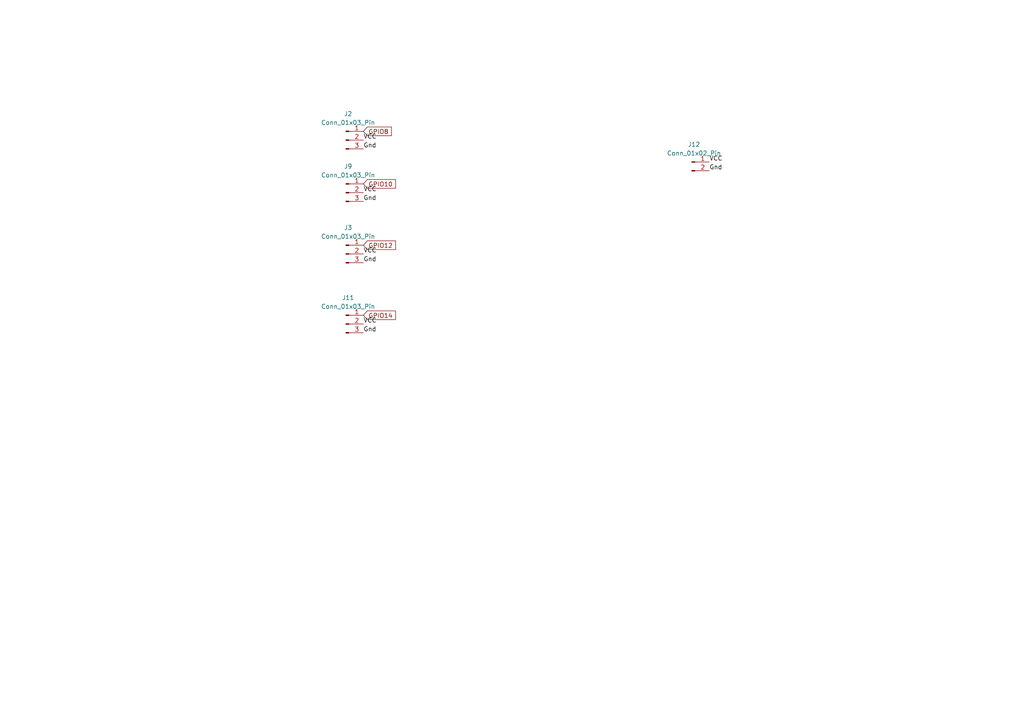
<source format=kicad_sch>
(kicad_sch (version 20250114) (generator "eeschema") (generator_version "9.0")
  (paper "A4")
  (lib_symbols
    (symbol "Connector:Conn_01x02_Pin" (pin_names (offset 1.016) (hide yes))
      (property "Reference" "J" (at 0 2.54 0))
      (property "Value" "Conn_01x02_Pin" (at 0 -5.08 0))
      (symbol "Conn_01x02_Pin_1_1"
        (rectangle (start 0.8636 0.127) (end 0 -0.127) (stroke (width 0.1524)) (fill (type outline)))
        (rectangle (start 0.8636 -2.413) (end 0 -2.667) (stroke (width 0.1524)) (fill (type outline)))
        (polyline (pts (xy 1.27 0) (xy 0.8636 0)) (stroke (width 0.1524)))
        (polyline (pts (xy 1.27 -2.54) (xy 0.8636 -2.54)) (stroke (width 0.1524)))
        (pin passive line (at 5.08 0 180) (length 3.81) (name "Pin_1") (number "1"))
        (pin passive line (at 5.08 -2.54 180) (length 3.81) (name "Pin_2") (number "2"))
      )
    )
    (symbol "Connector:Conn_01x03_Pin" (pin_names (offset 1.016) (hide yes))
      (property "Reference" "J" (at 0 5.08 0))
      (property "Value" "Conn_01x03_Pin" (at 0 -5.08 0))
      (symbol "Conn_01x03_Pin_1_1"
        (rectangle (start 0.8636 2.667) (end 0 2.413) (stroke (width 0.1524)) (fill (type outline)))
        (rectangle (start 0.8636 0.127) (end 0 -0.127) (stroke (width 0.1524)) (fill (type outline)))
        (rectangle (start 0.8636 -2.413) (end 0 -2.667) (stroke (width 0.1524)) (fill (type outline)))
        (polyline (pts (xy 1.27 2.54) (xy 0.8636 2.54)) (stroke (width 0.1524)))
        (polyline (pts (xy 1.27 0) (xy 0.8636 0)) (stroke (width 0.1524)))
        (polyline (pts (xy 1.27 -2.54) (xy 0.8636 -2.54)) (stroke (width 0.1524)))
        (pin passive line (at 5.08 2.54 180) (length 3.81) (name "Pin_1") (number "1"))
        (pin passive line (at 5.08 0 180) (length 3.81) (name "Pin_2") (number "2"))
        (pin passive line (at 5.08 -2.54 180) (length 3.81) (name "Pin_3") (number "3"))
      )
    )
  )
  (label "VCC" (at 105.41 40.64 0))
  (label "VCC" (at 105.41 55.88 0))
  (label "Gnd" (at 105.41 76.2 0))
  (label "VCC" (at 105.41 73.66 0))
  (label "Gnd" (at 105.41 96.52 0))
  (label "VCC" (at 205.74 46.99 0))
  (label "Gnd" (at 205.74 49.53 0))
  (label "Gnd" (at 105.41 58.42 0))
  (label "Gnd" (at 105.41 43.18 0))
  (label "VCC" (at 105.41 93.98 0))
  (global_label "GPIO10" (shape input) (at 105.41 53.34 0) (property "Intersheetrefs" "${INTERSHEET_REFS}" (effects (hide yes))))
  (global_label "GPIO8" (shape input) (at 105.41 38.1 0) (property "Intersheetrefs" "${INTERSHEET_REFS}" (effects (hide yes))))
  (global_label "GPIO14" (shape input) (at 105.41 91.44 0) (property "Intersheetrefs" "${INTERSHEET_REFS}" (effects (hide yes))))
  (global_label "GPIO12" (shape input) (at 105.41 71.12 0) (property "Intersheetrefs" "${INTERSHEET_REFS}" (effects (hide yes))))
  (symbol (lib_id "Connector:Conn_01x03_Pin") (at 100.33 93.98 0) (unit 1)
    (property "Reference" "J11" (at 100.965 86.36 0))
    (property "Value" "Conn_01x03_Pin" (at 100.965 88.9 0))
    (property "Footprint" "Connector_PinHeader_2.54mm:PinHeader_1x03_P2.54mm_Vertical" (effects (hide yes)))
    (property "Description" "Generic connector, single row, 01x03, script generated" (effects (hide yes)))
  )
  (symbol (lib_id "Connector:Conn_01x03_Pin") (at 100.33 40.64 0) (unit 1)
    (property "Reference" "J2" (at 100.965 33.02 0))
    (property "Value" "Conn_01x03_Pin" (at 100.965 35.56 0))
    (property "Footprint" "Connector_PinHeader_2.54mm:PinHeader_1x03_P2.54mm_Vertical" (effects (hide yes)))
    (property "Description" "Generic connector, single row, 01x03, script generated" (effects (hide yes)))
  )
  (symbol (lib_id "Connector:Conn_01x03_Pin") (at 100.33 55.88 0) (unit 1)
    (property "Reference" "J9" (at 100.965 48.26 0))
    (property "Value" "Conn_01x03_Pin" (at 100.965 50.8 0))
    (property "Footprint" "Connector_PinHeader_2.54mm:PinHeader_1x03_P2.54mm_Vertical" (effects (hide yes)))
    (property "Description" "Generic connector, single row, 01x03, script generated" (effects (hide yes)))
  )
  (symbol (lib_id "Connector:Conn_01x03_Pin") (at 100.33 73.66 0) (unit 1)
    (property "Reference" "J3" (at 100.965 66.04 0))
    (property "Value" "Conn_01x03_Pin" (at 100.965 68.58 0))
    (property "Footprint" "Connector_PinHeader_2.54mm:PinHeader_1x03_P2.54mm_Vertical" (effects (hide yes)))
    (property "Description" "Generic connector, single row, 01x03, script generated" (effects (hide yes)))
  )
  (symbol (lib_id "Connector:Conn_01x02_Pin") (at 200.66 46.99 0) (unit 1)
    (property "Reference" "J12" (at 201.295 41.91 0))
    (property "Value" "Conn_01x02_Pin" (at 201.295 44.45 0))
    (property "Footprint" "Connector_PinHeader_2.54mm:PinHeader_1x02_P2.54mm_Horizontal" (effects (hide yes)))
    (property "Description" "Generic connector, single row, 01x02, script generated" (effects (hide yes)))
  )
)
</source>
